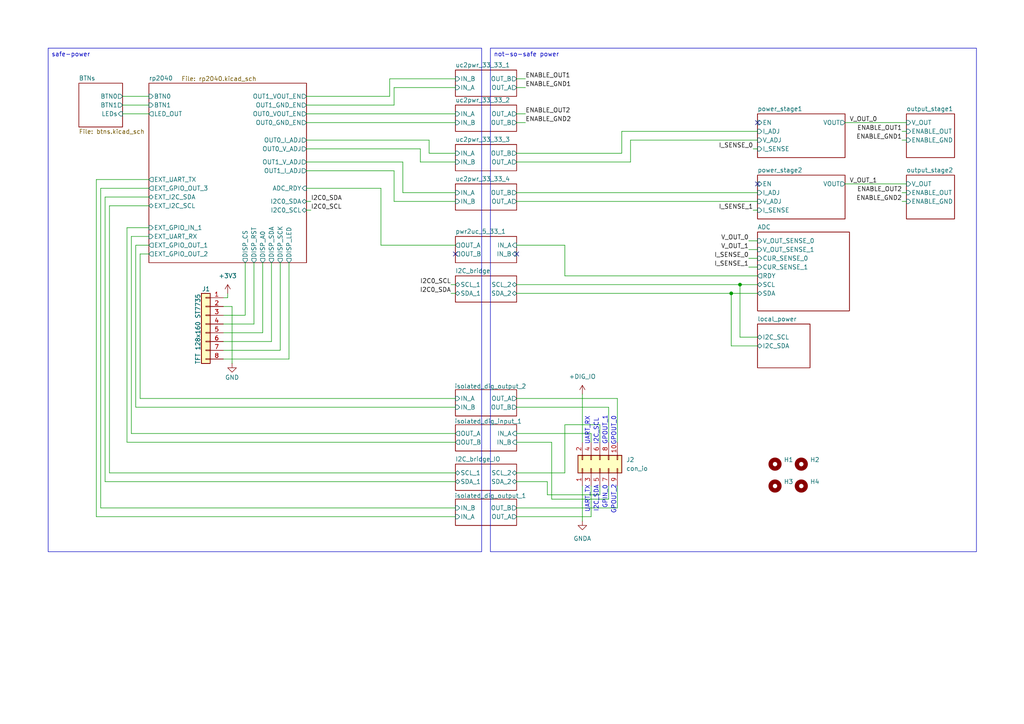
<source format=kicad_sch>
(kicad_sch (version 20231120) (generator "eeschema") (generator_version "8.0")
  (paper "A4")
  (lib_symbols
    (symbol "Connector_Generic:Conn_01x08" (pin_names (offset 1.016) hide)
      (property "Reference" "J" (at 0 10.16 0))
      (property "Value" "Conn_01x08" (at 0 -12.7 0))
      (symbol "Conn_01x08_1_1"
        (rectangle (start -1.27 -10.033) (end 0 -10.287) (stroke (width 0.1524)))
        (rectangle (start -1.27 -7.493) (end 0 -7.747) (stroke (width 0.1524)))
        (rectangle (start -1.27 -4.953) (end 0 -5.207) (stroke (width 0.1524)))
        (rectangle (start -1.27 -2.413) (end 0 -2.667) (stroke (width 0.1524)))
        (rectangle (start -1.27 0.127) (end 0 -0.127) (stroke (width 0.1524)))
        (rectangle (start -1.27 2.667) (end 0 2.413) (stroke (width 0.1524)))
        (rectangle (start -1.27 5.207) (end 0 4.953) (stroke (width 0.1524)))
        (rectangle (start -1.27 7.747) (end 0 7.493) (stroke (width 0.1524)))
        (rectangle (start -1.27 8.89) (end 1.27 -11.43) (stroke (width 0.254)) (fill (type background)))
        (pin passive line (at -5.08 7.62 0) (length 3.81) (name "Pin_1") (number "1"))
        (pin passive line (at -5.08 5.08 0) (length 3.81) (name "Pin_2") (number "2"))
        (pin passive line (at -5.08 2.54 0) (length 3.81) (name "Pin_3") (number "3"))
        (pin passive line (at -5.08 0 0) (length 3.81) (name "Pin_4") (number "4"))
        (pin passive line (at -5.08 -2.54 0) (length 3.81) (name "Pin_5") (number "5"))
        (pin passive line (at -5.08 -5.08 0) (length 3.81) (name "Pin_6") (number "6"))
        (pin passive line (at -5.08 -7.62 0) (length 3.81) (name "Pin_7") (number "7"))
        (pin passive line (at -5.08 -10.16 0) (length 3.81) (name "Pin_8") (number "8"))
      )
    )
    (symbol "Connector_Generic:Conn_02x05_Odd_Even" (pin_names (offset 1.016) hide)
      (property "Reference" "J" (at 1.27 7.62 0))
      (property "Value" "Conn_02x05_Odd_Even" (at 1.27 -7.62 0))
      (symbol "Conn_02x05_Odd_Even_1_1"
        (rectangle (start -1.27 -4.953) (end 0 -5.207) (stroke (width 0.1524)))
        (rectangle (start -1.27 -2.413) (end 0 -2.667) (stroke (width 0.1524)))
        (rectangle (start -1.27 0.127) (end 0 -0.127) (stroke (width 0.1524)))
        (rectangle (start -1.27 2.667) (end 0 2.413) (stroke (width 0.1524)))
        (rectangle (start -1.27 5.207) (end 0 4.953) (stroke (width 0.1524)))
        (rectangle (start -1.27 6.35) (end 3.81 -6.35) (stroke (width 0.254)) (fill (type background)))
        (rectangle (start 3.81 -4.953) (end 2.54 -5.207) (stroke (width 0.1524)))
        (rectangle (start 3.81 -2.413) (end 2.54 -2.667) (stroke (width 0.1524)))
        (rectangle (start 3.81 0.127) (end 2.54 -0.127) (stroke (width 0.1524)))
        (rectangle (start 3.81 2.667) (end 2.54 2.413) (stroke (width 0.1524)))
        (rectangle (start 3.81 5.207) (end 2.54 4.953) (stroke (width 0.1524)))
        (pin passive line (at -5.08 5.08 0) (length 3.81) (name "Pin_1") (number "1"))
        (pin passive line (at 7.62 -5.08 180) (length 3.81) (name "Pin_10") (number "10"))
        (pin passive line (at 7.62 5.08 180) (length 3.81) (name "Pin_2") (number "2"))
        (pin passive line (at -5.08 2.54 0) (length 3.81) (name "Pin_3") (number "3"))
        (pin passive line (at 7.62 2.54 180) (length 3.81) (name "Pin_4") (number "4"))
        (pin passive line (at -5.08 0 0) (length 3.81) (name "Pin_5") (number "5"))
        (pin passive line (at 7.62 0 180) (length 3.81) (name "Pin_6") (number "6"))
        (pin passive line (at -5.08 -2.54 0) (length 3.81) (name "Pin_7") (number "7"))
        (pin passive line (at 7.62 -2.54 180) (length 3.81) (name "Pin_8") (number "8"))
        (pin passive line (at -5.08 -5.08 0) (length 3.81) (name "Pin_9") (number "9"))
      )
    )
    (symbol "Mechanical:MountingHole" (pin_names (offset 1.016)) (exclude_from_sim yes) (in_bom no)
      (property "Reference" "H" (at 0 5.08 0))
      (property "Value" "MountingHole" (at 0 3.175 0))
      (symbol "MountingHole_0_1"
        (circle (center 0 0) (radius 1.27) (stroke (width 1.27)))
      )
    )
    (symbol "power:+3V3" (power) (pin_numbers hide) (pin_names (offset 0) hide)
      (property "Value" "+3V3" (at 0 3.556 0))
      (symbol "+3V3_0_1"
        (polyline (pts (xy -0.762 1.27) (xy 0 2.54)))
        (polyline (pts (xy 0 0) (xy 0 2.54)))
        (polyline (pts (xy 0 2.54) (xy 0.762 1.27)))
      )
      (symbol "+3V3_1_1"
        (pin power_in line (at 0 0 90) (length 0) (name "~") (number "1"))
      )
    )
    (symbol "power:+5VA" (power) (pin_numbers hide) (pin_names (offset 0) hide)
      (property "Value" "+5VA" (at 0 3.556 0))
      (symbol "+5VA_0_1"
        (polyline (pts (xy -0.762 1.27) (xy 0 2.54)))
        (polyline (pts (xy 0 0) (xy 0 2.54)))
        (polyline (pts (xy 0 2.54) (xy 0.762 1.27)))
      )
      (symbol "+5VA_1_1"
        (pin power_in line (at 0 0 90) (length 0) (name "~") (number "1"))
      )
    )
    (symbol "power:GND" (power) (pin_numbers hide) (pin_names (offset 0) hide)
      (property "Value" "GND" (at 0 -3.81 0))
      (symbol "GND_0_1"
        (polyline (pts (xy 0 0) (xy 0 -1.27) (xy 1.27 -1.27) (xy 0 -2.54) (xy -1.27 -1.27) (xy 0 -1.27)))
      )
      (symbol "GND_1_1"
        (pin power_in line (at 0 0 270) (length 0) (name "~") (number "1"))
      )
    )
    (symbol "power:GNDA" (power) (pin_numbers hide) (pin_names (offset 0) hide)
      (property "Value" "GNDA" (at 0 -3.81 0))
      (symbol "GNDA_0_1"
        (polyline (pts (xy 0 0) (xy 0 -1.27) (xy 1.27 -1.27) (xy 0 -2.54) (xy -1.27 -1.27) (xy 0 -1.27)))
      )
      (symbol "GNDA_1_1"
        (pin power_in line (at 0 0 270) (length 0) (name "~") (number "1"))
      )
    )
  )
  (junction (at 212.09 85.09))
  (junction (at 214.63 82.55))
  (no_connect (at 132.08 73.66))
  (no_connect (at 219.71 35.56))
  (no_connect (at 219.71 53.34))
  (no_connect (at 149.86 73.66))
  (wire (pts (xy 163.83 123.19) (xy 173.99 123.19)))
  (wire (pts (xy 217.17 72.39) (xy 219.71 72.39)))
  (wire (pts (xy 217.17 69.85) (xy 219.71 69.85)))
  (wire (pts (xy 261.62 40.64) (xy 262.89 40.64)))
  (wire (pts (xy 88.9 30.48) (xy 114.3 30.48)))
  (wire (pts (xy 168.91 140.97) (xy 168.91 151.13)))
  (wire (pts (xy 163.83 137.16) (xy 163.83 123.19)))
  (wire (pts (xy 36.83 128.27) (xy 132.08 128.27)))
  (wire (pts (xy 113.03 22.86) (xy 132.08 22.86)))
  (wire (pts (xy 149.86 149.86) (xy 171.45 149.86)))
  (wire (pts (xy 38.1 125.73) (xy 132.08 125.73)))
  (wire (pts (xy 114.3 30.48) (xy 114.3 25.4)))
  (wire (pts (xy 88.9 54.61) (xy 110.49 54.61)))
  (wire (pts (xy 81.28 76.2) (xy 81.28 101.6)))
  (wire (pts (xy 39.37 118.11) (xy 132.08 118.11)))
  (wire (pts (xy 149.86 71.12) (xy 163.83 71.12)))
  (wire (pts (xy 35.56 27.94) (xy 43.18 27.94)))
  (wire (pts (xy 245.11 53.34) (xy 262.89 53.34)))
  (wire (pts (xy 130.81 85.09) (xy 132.08 85.09)))
  (wire (pts (xy 149.86 35.56) (xy 152.4 35.56)))
  (wire (pts (xy 149.86 55.88) (xy 219.71 55.88)))
  (wire (pts (xy 212.09 100.33) (xy 212.09 85.09)))
  (wire (pts (xy 64.77 96.52) (xy 76.2 96.52)))
  (wire (pts (xy 88.9 49.53) (xy 114.3 49.53)))
  (wire (pts (xy 173.99 143.51) (xy 173.99 140.97)))
  (wire (pts (xy 43.18 52.07) (xy 27.94 52.07)))
  (wire (pts (xy 214.63 97.79) (xy 214.63 82.55)))
  (wire (pts (xy 171.45 125.73) (xy 171.45 128.27)))
  (wire (pts (xy 27.94 52.07) (xy 27.94 149.86)))
  (wire (pts (xy 176.53 118.11) (xy 176.53 128.27)))
  (wire (pts (xy 245.11 35.56) (xy 262.89 35.56)))
  (wire (pts (xy 180.34 38.1) (xy 219.71 38.1)))
  (wire (pts (xy 179.07 147.32) (xy 179.07 140.97)))
  (wire (pts (xy 30.48 57.15) (xy 30.48 139.7)))
  (wire (pts (xy 149.86 115.57) (xy 179.07 115.57)))
  (wire (pts (xy 35.56 30.48) (xy 43.18 30.48)))
  (wire (pts (xy 110.49 54.61) (xy 110.49 71.12)))
  (wire (pts (xy 71.12 76.2) (xy 71.12 91.44)))
  (wire (pts (xy 158.75 143.51) (xy 173.99 143.51)))
  (wire (pts (xy 149.86 44.45) (xy 180.34 44.45)))
  (wire (pts (xy 64.77 104.14) (xy 83.82 104.14)))
  (wire (pts (xy 149.86 137.16) (xy 163.83 137.16)))
  (wire (pts (xy 160.02 144.78) (xy 176.53 144.78)))
  (wire (pts (xy 168.91 114.3) (xy 168.91 128.27)))
  (wire (pts (xy 64.77 101.6) (xy 81.28 101.6)))
  (wire (pts (xy 116.84 55.88) (xy 132.08 55.88)))
  (wire (pts (xy 27.94 149.86) (xy 132.08 149.86)))
  (wire (pts (xy 88.9 60.96) (xy 90.17 60.96)))
  (wire (pts (xy 217.17 74.93) (xy 219.71 74.93)))
  (wire (pts (xy 64.77 99.06) (xy 78.74 99.06)))
  (wire (pts (xy 83.82 104.14) (xy 83.82 76.2)))
  (wire (pts (xy 214.63 82.55) (xy 219.71 82.55)))
  (wire (pts (xy 121.92 46.99) (xy 132.08 46.99)))
  (wire (pts (xy 114.3 58.42) (xy 132.08 58.42)))
  (wire (pts (xy 218.44 43.18) (xy 219.71 43.18)))
  (wire (pts (xy 212.09 85.09) (xy 219.71 85.09)))
  (wire (pts (xy 88.9 35.56) (xy 132.08 35.56)))
  (wire (pts (xy 149.86 139.7) (xy 158.75 139.7)))
  (wire (pts (xy 180.34 44.45) (xy 180.34 38.1)))
  (wire (pts (xy 219.71 100.33) (xy 212.09 100.33)))
  (wire (pts (xy 124.46 40.64) (xy 124.46 44.45)))
  (wire (pts (xy 149.86 22.86) (xy 152.4 22.86)))
  (wire (pts (xy 67.31 88.9) (xy 64.77 88.9)))
  (wire (pts (xy 149.86 128.27) (xy 160.02 128.27)))
  (wire (pts (xy 36.83 66.04) (xy 43.18 66.04)))
  (wire (pts (xy 29.21 54.61) (xy 29.21 147.32)))
  (wire (pts (xy 114.3 25.4) (xy 132.08 25.4)))
  (wire (pts (xy 176.53 144.78) (xy 176.53 140.97)))
  (wire (pts (xy 35.56 33.02) (xy 43.18 33.02)))
  (wire (pts (xy 88.9 27.94) (xy 113.03 27.94)))
  (wire (pts (xy 160.02 128.27) (xy 160.02 144.78)))
  (wire (pts (xy 38.1 68.58) (xy 38.1 125.73)))
  (wire (pts (xy 110.49 71.12) (xy 132.08 71.12)))
  (wire (pts (xy 149.86 46.99) (xy 182.88 46.99)))
  (wire (pts (xy 261.62 58.42) (xy 262.89 58.42)))
  (wire (pts (xy 78.74 76.2) (xy 78.74 99.06)))
  (wire (pts (xy 40.64 115.57) (xy 132.08 115.57)))
  (wire (pts (xy 64.77 91.44) (xy 71.12 91.44)))
  (wire (pts (xy 43.18 59.69) (xy 31.75 59.69)))
  (wire (pts (xy 173.99 123.19) (xy 173.99 128.27)))
  (wire (pts (xy 66.04 86.36) (xy 64.77 86.36)))
  (wire (pts (xy 217.17 77.47) (xy 219.71 77.47)))
  (wire (pts (xy 67.31 105.41) (xy 67.31 88.9)))
  (wire (pts (xy 171.45 149.86) (xy 171.45 140.97)))
  (wire (pts (xy 132.08 139.7) (xy 30.48 139.7)))
  (wire (pts (xy 29.21 54.61) (xy 43.18 54.61)))
  (wire (pts (xy 40.64 73.66) (xy 43.18 73.66)))
  (wire (pts (xy 88.9 33.02) (xy 132.08 33.02)))
  (wire (pts (xy 88.9 40.64) (xy 124.46 40.64)))
  (wire (pts (xy 29.21 147.32) (xy 132.08 147.32)))
  (wire (pts (xy 113.03 27.94) (xy 113.03 22.86)))
  (wire (pts (xy 261.62 38.1) (xy 262.89 38.1)))
  (wire (pts (xy 149.86 33.02) (xy 152.4 33.02)))
  (wire (pts (xy 40.64 73.66) (xy 40.64 115.57)))
  (wire (pts (xy 76.2 76.2) (xy 76.2 96.52)))
  (wire (pts (xy 182.88 40.64) (xy 182.88 46.99)))
  (wire (pts (xy 149.86 85.09) (xy 212.09 85.09)))
  (wire (pts (xy 149.86 82.55) (xy 214.63 82.55)))
  (wire (pts (xy 261.62 55.88) (xy 262.89 55.88)))
  (wire (pts (xy 39.37 71.12) (xy 43.18 71.12)))
  (wire (pts (xy 31.75 137.16) (xy 132.08 137.16)))
  (wire (pts (xy 149.86 118.11) (xy 176.53 118.11)))
  (wire (pts (xy 149.86 58.42) (xy 219.71 58.42)))
  (wire (pts (xy 218.44 60.96) (xy 219.71 60.96)))
  (wire (pts (xy 88.9 43.18) (xy 121.92 43.18)))
  (wire (pts (xy 121.92 43.18) (xy 121.92 46.99)))
  (wire (pts (xy 43.18 57.15) (xy 30.48 57.15)))
  (wire (pts (xy 179.07 115.57) (xy 179.07 128.27)))
  (wire (pts (xy 219.71 97.79) (xy 214.63 97.79)))
  (wire (pts (xy 158.75 139.7) (xy 158.75 143.51)))
  (wire (pts (xy 64.77 93.98) (xy 73.66 93.98)))
  (wire (pts (xy 163.83 80.01) (xy 219.71 80.01)))
  (wire (pts (xy 88.9 58.42) (xy 90.17 58.42)))
  (wire (pts (xy 39.37 71.12) (xy 39.37 118.11)))
  (wire (pts (xy 124.46 44.45) (xy 132.08 44.45)))
  (wire (pts (xy 130.81 82.55) (xy 132.08 82.55)))
  (wire (pts (xy 149.86 125.73) (xy 171.45 125.73)))
  (wire (pts (xy 149.86 147.32) (xy 179.07 147.32)))
  (wire (pts (xy 88.9 46.99) (xy 116.84 46.99)))
  (wire (pts (xy 31.75 59.69) (xy 31.75 137.16)))
  (wire (pts (xy 149.86 25.4) (xy 152.4 25.4)))
  (wire (pts (xy 36.83 66.04) (xy 36.83 128.27)))
  (wire (pts (xy 163.83 71.12) (xy 163.83 80.01)))
  (wire (pts (xy 73.66 76.2) (xy 73.66 93.98)))
  (wire (pts (xy 182.88 40.64) (xy 219.71 40.64)))
  (wire (pts (xy 66.04 85.09) (xy 66.04 86.36)))
  (wire (pts (xy 116.84 46.99) (xy 116.84 55.88)))
  (wire (pts (xy 43.18 68.58) (xy 38.1 68.58)))
  (wire (pts (xy 114.3 49.53) (xy 114.3 58.42)))
  (text_box "safe-power" (at 13.97 13.97 0) (size 125.73 146.05) (effects (font (size 1.27 1.27)) (justify left top)))
  (text_box "not-so-safe power" (at 142.24 13.97 0) (size 140.97 146.05) (effects (font (size 1.27 1.27)) (justify left top)))
  (text "I2C_SCL" (at 172.974 129.032 90) (effects (font (size 1.27 1.27)) (justify left)))
  (text "GPOUT_1" (at 175.514 129.032 90) (effects (font (size 1.27 1.27)) (justify left)))
  (text "I2C_SDA" (at 172.974 140.716 90) (effects (font (size 1.27 1.27)) (justify right)))
  (text "GPOUT_0" (at 178.054 120.65 90) (effects (font (size 1.27 1.27)) (justify right)))
  (text "GPIN_0" (at 175.514 140.716 90) (effects (font (size 1.27 1.27)) (justify right)))
  (text "UART_RX" (at 170.434 129.032 90) (effects (font (size 1.27 1.27)) (justify left)))
  (text "GPOUT_2" (at 178.054 149.098 90) (effects (font (size 1.27 1.27)) (justify left)))
  (text "UART_TX" (at 170.434 140.716 90) (effects (font (size 1.27 1.27)) (justify right)))
  (label "ENABLE_GND1" (at 152.4 25.4 0))
  (label "ENABLE_GND2" (at 152.4 35.56 0))
  (label "ENABLE_GND1" (at 261.62 40.64 180))
  (label "I2C0_SDA" (at 130.81 85.09 180))
  (label "V_OUT_1" (at 217.17 72.39 180))
  (label "V_OUT_1" (at 246.38 53.34 0))
  (label "ENABLE_OUT1" (at 152.4 22.86 0))
  (label "ENABLE_OUT2" (at 152.4 33.02 0))
  (label "I_SENSE_0" (at 217.17 74.93 180))
  (label "ENABLE_GND2" (at 261.62 58.42 180))
  (label "I_SENSE_1" (at 218.44 60.96 180))
  (label "ENABLE_OUT1" (at 261.62 38.1 180))
  (label "I2C0_SCL" (at 130.81 82.55 180))
  (label "I2C0_SDA" (at 90.17 58.42 0))
  (label "I_SENSE_1" (at 217.17 77.47 180))
  (label "I2C0_SCL" (at 90.17 60.96 0))
  (label "ENABLE_OUT2" (at 261.62 55.88 180))
  (label "I_SENSE_0" (at 218.44 43.18 180))
  (label "V_OUT_0" (at 217.17 69.85 180))
  (label "V_OUT_0" (at 246.38 35.56 0))
  (symbol (lib_id "Mechanical:MountingHole") (at 224.79 140.97 0) (unit 1) (exclude_from_sim yes) (in_bom no)
    (property "Reference" "H3" (at 227.33 139.6999 0) (effects (justify left)))
    (property "Value" "MountingHole" (effects (hide yes)))
    (property "Footprint" "MountingHole:MountingHole_3.2mm_M3_Pad" (effects (hide yes)))
    (property "Description" "Mounting Hole without connection" (effects (hide yes)))
  )
  (symbol (lib_id "Connector_Generic:Conn_01x08") (at 59.69 93.98 0) (mirror y) (unit 1) (in_bom no)
    (property "Reference" "J1" (at 60.96 83.82 0) (effects (justify left)))
    (property "Value" "TFT 128x160 ST7735" (at 57.404 105.664 90) (effects (justify left)))
    (property "Footprint" "Connector_PinHeader_2.54mm:PinHeader_1x08_P2.54mm_Vertical" (effects (hide yes)))
    (property "Description" "Generic connector, single row, 01x08, script generated (kicad-library-utils/schlib/autogen/connector/)" (effects (hide yes)))
    (property "link" "https://amzn.eu/d/cXy3XgM" (effects (hide yes)))
  )
  (symbol (lib_id "Connector_Generic:Conn_02x05_Odd_Even") (at 173.99 135.89 90) (unit 1)
    (property "Reference" "J2" (at 181.61 133.3499 90) (effects (justify right)))
    (property "Value" "con_io" (at 181.61 135.8899 90) (effects (justify right)))
    (property "Footprint" "Connector_PinHeader_2.54mm:PinHeader_2x05_P2.54mm_Vertical" (effects (hide yes)))
    (property "Description" "Generic connector, double row, 02x05, odd/even pin numbering scheme (row 1 odd numbers, row 2 even numbers), script generated (kicad-library-utils/schlib/autogen/connector/)" (effects (hide yes)))
  )
  (symbol (lib_id "power:GND") (at 67.31 105.41 0) (unit 1)
    (property "Reference" "#PWR02" (effects (hide yes)))
    (property "Value" "GND" (at 67.31 109.474 0))
    (property "Description" "Power symbol creates a global label with name \"GND\" , ground" (effects (hide yes)))
  )
  (symbol (lib_id "power:+3V3") (at 66.04 85.09 0) (unit 1)
    (property "Reference" "#PWR01" (effects (hide yes)))
    (property "Value" "+3V3" (at 66.04 80.01 0))
    (property "Description" "Power symbol creates a global label with name \"+3V3\"" (effects (hide yes)))
  )
  (symbol (lib_id "power:+5VA") (at 168.91 114.3 0) (unit 1)
    (property "Reference" "#PWR0255" (effects (hide yes)))
    (property "Value" "+DIG_IO" (at 168.91 109.22 0))
    (property "Description" "Power symbol creates a global label with name \"+5VA\"" (effects (hide yes)))
  )
  (symbol (lib_id "Mechanical:MountingHole") (at 232.41 134.62 0) (unit 1) (exclude_from_sim yes) (in_bom no)
    (property "Reference" "H2" (at 234.95 133.3499 0) (effects (justify left)))
    (property "Value" "MountingHole" (effects (hide yes)))
    (property "Footprint" "MountingHole:MountingHole_3.2mm_M3_Pad" (effects (hide yes)))
    (property "Description" "Mounting Hole without connection" (effects (hide yes)))
  )
  (symbol (lib_id "Mechanical:MountingHole") (at 224.79 134.62 0) (unit 1) (exclude_from_sim yes) (in_bom no)
    (property "Reference" "H1" (at 227.33 133.3499 0) (effects (justify left)))
    (property "Value" "MountingHole" (effects (hide yes)))
    (property "Footprint" "MountingHole:MountingHole_3.2mm_M3_Pad" (effects (hide yes)))
    (property "Description" "Mounting Hole without connection" (effects (hide yes)))
  )
  (symbol (lib_id "power:GNDA") (at 168.91 151.13 0) (unit 1)
    (property "Reference" "#PWR0256" (effects (hide yes)))
    (property "Value" "GNDA" (at 168.91 156.21 0))
    (property "Description" "Power symbol creates a global label with name \"GNDA\" , analog ground" (effects (hide yes)))
  )
  (symbol (lib_id "Mechanical:MountingHole") (at 232.41 140.97 0) (unit 1) (exclude_from_sim yes) (in_bom no)
    (property "Reference" "H4" (at 234.95 139.6999 0) (effects (justify left)))
    (property "Value" "MountingHole" (effects (hide yes)))
    (property "Footprint" "MountingHole:MountingHole_3.2mm_M3_Pad" (effects (hide yes)))
    (property "Description" "Mounting Hole without connection" (effects (hide yes)))
  )
  (sheet (at 132.08 134.62) (size 17.78 7.62) (stroke (width 0.1524))
    (property "Sheetname" "I2C_bridge_IO" (at 132.08 133.9084 0) (effects (justify left bottom)))
    (property "Sheetfile" "i2c_bridge_io.kicad_sch" (effects (hide yes)))
    (pin "SDA_2" bidirectional (at 149.86 139.7 0))
    (pin "SCL_2" bidirectional (at 149.86 137.16 0))
    (pin "SDA_1" bidirectional (at 132.08 139.7 180))
    (pin "SCL_1" bidirectional (at 132.08 137.16 180))
  )
  (sheet (at 132.08 80.01) (size 17.78 7.62) (stroke (width 0.1524))
    (property "Sheetname" "I2C_bridge" (at 132.08 79.2984 0) (effects (justify left bottom)))
    (property "Sheetfile" "I2C_bridge.kicad_sch" (effects (hide yes)))
    (pin "SCL_1" bidirectional (at 132.08 82.55 180))
    (pin "SDA_1" bidirectional (at 132.08 85.09 180))
    (pin "SCL_2" bidirectional (at 149.86 82.55 0))
    (pin "SDA_2" bidirectional (at 149.86 85.09 0))
  )
  (sheet (at 132.08 123.19) (size 17.78 7.62) (stroke (width 0.1524))
    (property "Sheetname" "isolated_dig_input_1" (at 131.826 122.936 0) (effects (justify left bottom)))
    (property "Sheetfile" "isolated_dig_input.kicad_sch" (effects (hide yes)))
    (pin "IN_A" input (at 149.86 125.73 0))
    (pin "IN_B" input (at 149.86 128.27 0))
    (pin "OUT_A" output (at 132.08 125.73 180))
    (pin "OUT_B" output (at 132.08 128.27 180))
  )
  (sheet (at 132.08 53.34) (size 17.78 7.62) (stroke (width 0.1524))
    (property "Sheetname" "uc2pwr_33_33_4" (at 132.08 52.6284 0) (effects (justify left bottom)))
    (property "Sheetfile" "uc2pwr.kicad_sch" (effects (hide yes)))
    (pin "IN_A" input (at 132.08 55.88 180))
    (pin "IN_B" input (at 132.08 58.42 180))
    (pin "OUT_A" output (at 149.86 58.42 0))
    (pin "OUT_B" output (at 149.86 55.88 0))
  )
  (sheet (at 132.08 41.91) (size 17.78 7.62) (stroke (width 0.1524))
    (property "Sheetname" "uc2pwr_33_33_3" (at 132.08 41.1984 0) (effects (justify left bottom)))
    (property "Sheetfile" "uc2pwr.kicad_sch" (effects (hide yes)))
    (pin "IN_A" input (at 132.08 44.45 180))
    (pin "IN_B" input (at 132.08 46.99 180))
    (pin "OUT_A" output (at 149.86 46.99 0))
    (pin "OUT_B" output (at 149.86 44.45 0))
  )
  (sheet (at 219.71 93.98) (size 15.24 12.7) (stroke (width 0.1524))
    (property "Sheetname" "local_power" (at 219.71 93.2684 0) (effects (justify left bottom)))
    (property "Sheetfile" "local_power.kicad_sch" (effects (hide yes)))
    (pin "I2C_SCL" bidirectional (at 219.71 97.79 180))
    (pin "I2C_SDA" bidirectional (at 219.71 100.33 180))
  )
  (sheet (at 22.86 24.13) (size 12.7 12.7) (stroke (width 0.1524))
    (property "Sheetname" "BTNs" (at 22.86 23.4184 0) (effects (justify left bottom)))
    (property "Sheetfile" "btns.kicad_sch" (at 22.86 37.4146 0) (effects (justify left top)))
    (pin "LEDs" input (at 35.56 33.02 0))
    (pin "BTN0" output (at 35.56 27.94 0))
    (pin "BTN1" output (at 35.56 30.48 0))
  )
  (sheet (at 132.08 68.58) (size 17.78 7.62) (stroke (width 0.1524))
    (property "Sheetname" "pwr2uc_5_33_1" (at 132.08 67.8684 0) (effects (justify left bottom)))
    (property "Sheetfile" "pwr2uc_5_33.kicad_sch" (effects (hide yes)))
    (pin "OUT_A" output (at 132.08 71.12 180))
    (pin "IN_B" input (at 149.86 73.66 0))
    (pin "IN_A" input (at 149.86 71.12 0))
    (pin "OUT_B" output (at 132.08 73.66 180))
  )
  (sheet (at 219.71 50.8) (size 25.4 12.7) (stroke (width 0.1524))
    (property "Sheetname" "power_stage2" (at 219.71 50.0884 0) (effects (justify left bottom)))
    (property "Sheetfile" "power_stage.kicad_sch" (effects (hide yes)))
    (pin "EN" input (at 219.71 53.34 180))
    (pin "VOUT" output (at 245.11 53.34 0))
    (pin "I_ADJ" input (at 219.71 55.88 180))
    (pin "V_ADJ" input (at 219.71 58.42 180))
    (pin "I_SENSE" input (at 219.71 60.96 180))
  )
  (sheet (at 262.89 50.8) (size 13.97 12.7) (stroke (width 0.1524))
    (property "Sheetname" "output_stage2" (at 262.89 50.0884 0) (effects (justify left bottom)))
    (property "Sheetfile" "output_stage.kicad_sch" (effects (hide yes)))
    (pin "V_OUT" input (at 262.89 53.34 180))
    (pin "ENABLE_OUT" input (at 262.89 55.88 180))
    (pin "ENABLE_GND" input (at 262.89 58.42 180))
  )
  (sheet (at 132.08 20.32) (size 17.78 7.62) (stroke (width 0.1524))
    (property "Sheetname" "uc2pwr_33_33_1" (at 132.08 19.6084 0) (effects (justify left bottom)))
    (property "Sheetfile" "uc2pwr.kicad_sch" (effects (hide yes)))
    (pin "IN_A" input (at 132.08 25.4 180))
    (pin "IN_B" input (at 132.08 22.86 180))
    (pin "OUT_A" output (at 149.86 25.4 0))
    (pin "OUT_B" output (at 149.86 22.86 0))
  )
  (sheet (at 132.08 144.78) (size 17.78 7.62) (stroke (width 0.1524))
    (property "Sheetname" "isolated_dig_output_1" (at 131.826 144.526 0) (effects (justify left bottom)))
    (property "Sheetfile" "untitled.kicad_sch" (effects (hide yes)))
    (pin "IN_B" input (at 132.08 147.32 180))
    (pin "IN_A" input (at 132.08 149.86 180))
    (pin "OUT_A" output (at 149.86 149.86 0))
    (pin "OUT_B" output (at 149.86 147.32 0))
  )
  (sheet (at 132.08 30.48) (size 17.78 7.62) (stroke (width 0.1524))
    (property "Sheetname" "uc2pwr_33_33_2" (at 132.08 29.7684 0) (effects (justify left bottom)))
    (property "Sheetfile" "uc2pwr.kicad_sch" (effects (hide yes)))
    (pin "IN_A" input (at 132.08 33.02 180))
    (pin "IN_B" input (at 132.08 35.56 180))
    (pin "OUT_A" output (at 149.86 33.02 0))
    (pin "OUT_B" output (at 149.86 35.56 0))
  )
  (sheet (at 219.71 67.31) (size 26.67 22.86) (stroke (width 0.1524))
    (property "Sheetname" "ADC" (at 219.71 66.5984 0) (effects (justify left bottom)))
    (property "Sheetfile" "adc.kicad_sch" (effects (hide yes)))
    (pin "SCL" bidirectional (at 219.71 82.55 180))
    (pin "SDA" bidirectional (at 219.71 85.09 180))
    (pin "RDY" output (at 219.71 80.01 180))
    (pin "CUR_SENSE_1" input (at 219.71 77.47 180))
    (pin "CUR_SENSE_0" input (at 219.71 74.93 180))
    (pin "V_OUT_SENSE_0" input (at 219.71 69.85 180))
    (pin "V_OUT_SENSE_1" input (at 219.71 72.39 180))
  )
  (sheet (at 219.71 33.02) (size 25.4 12.7) (stroke (width 0.1524))
    (property "Sheetname" "power_stage1" (at 219.71 32.3084 0) (effects (justify left bottom)))
    (property "Sheetfile" "power_stage.kicad_sch" (effects (hide yes)))
    (pin "EN" input (at 219.71 35.56 180))
    (pin "VOUT" output (at 245.11 35.56 0))
    (pin "I_ADJ" input (at 219.71 38.1 180))
    (pin "V_ADJ" input (at 219.71 40.64 180))
    (pin "I_SENSE" input (at 219.71 43.18 180))
  )
  (sheet (at 262.89 33.02) (size 13.97 12.7) (stroke (width 0.1524))
    (property "Sheetname" "output_stage1" (at 262.89 32.3084 0) (effects (justify left bottom)))
    (property "Sheetfile" "output_stage.kicad_sch" (effects (hide yes)))
    (pin "V_OUT" input (at 262.89 35.56 180))
    (pin "ENABLE_OUT" input (at 262.89 38.1 180))
    (pin "ENABLE_GND" input (at 262.89 40.64 180))
  )
  (sheet (at 43.18 24.13) (size 45.72 52.07) (stroke (width 0.1524))
    (property "Sheetname" "rp2040" (at 43.18 23.4184 0) (effects (justify left bottom)))
    (property "Sheetfile" "rp2040.kicad_sch" (at 52.578 22.098 0) (effects (justify left top)))
    (pin "LED_OUT" output (at 43.18 33.02 180))
    (pin "OUT0_V_ADJ" output (at 88.9 43.18 0))
    (pin "OUT0_I_ADJ" output (at 88.9 40.64 0))
    (pin "OUT1_I_ADJ" output (at 88.9 49.53 0))
    (pin "OUT1_V_ADJ" output (at 88.9 46.99 0))
    (pin "BTN0" input (at 43.18 27.94 180))
    (pin "BTN1" input (at 43.18 30.48 180))
    (pin "I2C0_SDA" bidirectional (at 88.9 58.42 0))
    (pin "I2C0_SCL" bidirectional (at 88.9 60.96 0))
    (pin "OUT1_GND_EN" output (at 88.9 30.48 0))
    (pin "OUT0_VOUT_EN" output (at 88.9 33.02 0))
    (pin "OUT1_VOUT_EN" output (at 88.9 27.94 0))
    (pin "OUT0_GND_EN" output (at 88.9 35.56 0))
    (pin "ADC_RDY" input (at 88.9 54.61 0))
    (pin "DISP_SDA" output (at 78.74 76.2 270))
    (pin "DISP_A0" output (at 76.2 76.2 270))
    (pin "DISP_RST" output (at 73.66 76.2 270))
    (pin "DISP_SCK" output (at 81.28 76.2 270))
    (pin "DISP_LED" output (at 83.82 76.2 270))
    (pin "DISP_CS" output (at 71.12 76.2 270))
    (pin "EXT_GPIO_OUT_1" output (at 43.18 71.12 180))
    (pin "EXT_GPIO_OUT_3" output (at 43.18 54.61 180))
    (pin "EXT_GPIO_OUT_2" output (at 43.18 73.66 180))
    (pin "EXT_UART_TX" output (at 43.18 52.07 180))
    (pin "EXT_UART_RX" input (at 43.18 68.58 180))
    (pin "EXT_I2C_SDA" bidirectional (at 43.18 57.15 180))
    (pin "EXT_I2C_SCL" bidirectional (at 43.18 59.69 180))
    (pin "EXT_GPIO_IN_1" input (at 43.18 66.04 180))
  )
  (sheet (at 132.08 113.03) (size 17.78 7.62) (stroke (width 0.1524))
    (property "Sheetname" "isolated_dig_output_2" (at 131.826 112.776 0) (effects (justify left bottom)))
    (property "Sheetfile" "untitled.kicad_sch" (effects (hide yes)))
    (pin "IN_B" input (at 132.08 118.11 180))
    (pin "IN_A" input (at 132.08 115.57 180))
    (pin "OUT_A" output (at 149.86 115.57 0))
    (pin "OUT_B" output (at 149.86 118.11 0))
  )
)
</source>
